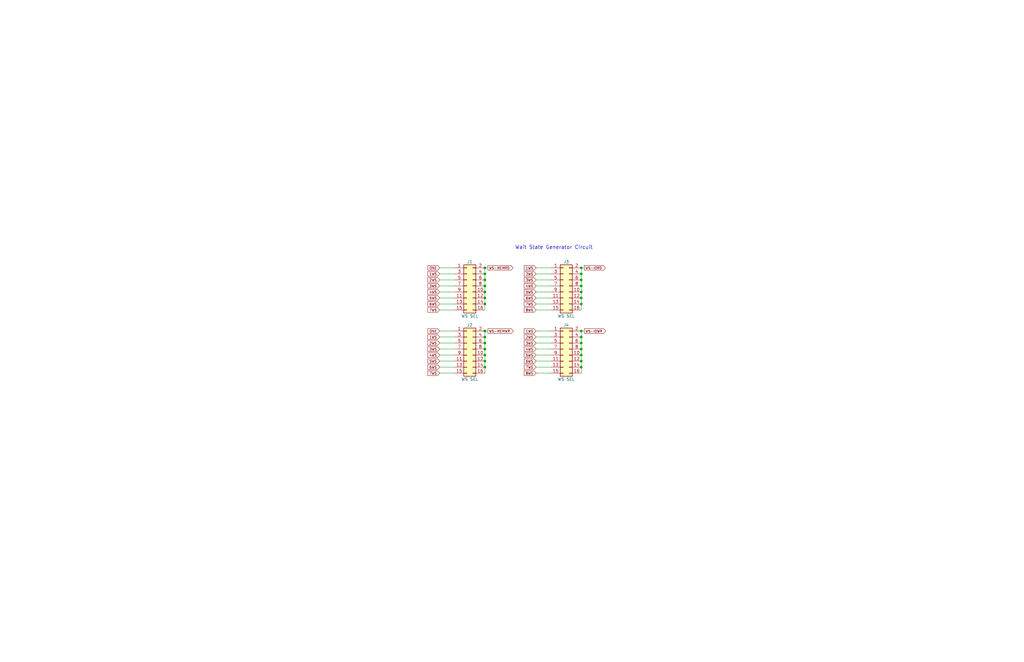
<source format=kicad_sch>
(kicad_sch (version 20211123) (generator eeschema)
  (paper "B")
  (lib_symbols
    (symbol "Connector_Generic:Conn_02x08_Odd_Even" (pin_names (offset 1.016) hide)
      (property "Reference" "J" (at 1.27 10.16 0))
      (property "Value" "Conn_02x08_Odd_Even" (at 1.27 -12.7 0))
      (symbol "Conn_02x08_Odd_Even_1_1"
        (rectangle (start -1.27 -10.033) (end 0 -10.287) (stroke (width 0.1524)))
        (rectangle (start -1.27 -7.493) (end 0 -7.747) (stroke (width 0.1524)))
        (rectangle (start -1.27 -4.953) (end 0 -5.207) (stroke (width 0.1524)))
        (rectangle (start -1.27 -2.413) (end 0 -2.667) (stroke (width 0.1524)))
        (rectangle (start -1.27 0.127) (end 0 -0.127) (stroke (width 0.1524)))
        (rectangle (start -1.27 2.667) (end 0 2.413) (stroke (width 0.1524)))
        (rectangle (start -1.27 5.207) (end 0 4.953) (stroke (width 0.1524)))
        (rectangle (start -1.27 7.747) (end 0 7.493) (stroke (width 0.1524)))
        (rectangle (start -1.27 8.89) (end 3.81 -11.43) (stroke (width 0.254)) (fill (type background)))
        (rectangle (start 3.81 -10.033) (end 2.54 -10.287) (stroke (width 0.1524)))
        (rectangle (start 3.81 -7.493) (end 2.54 -7.747) (stroke (width 0.1524)))
        (rectangle (start 3.81 -4.953) (end 2.54 -5.207) (stroke (width 0.1524)))
        (rectangle (start 3.81 -2.413) (end 2.54 -2.667) (stroke (width 0.1524)))
        (rectangle (start 3.81 0.127) (end 2.54 -0.127) (stroke (width 0.1524)))
        (rectangle (start 3.81 2.667) (end 2.54 2.413) (stroke (width 0.1524)))
        (rectangle (start 3.81 5.207) (end 2.54 4.953) (stroke (width 0.1524)))
        (rectangle (start 3.81 7.747) (end 2.54 7.493) (stroke (width 0.1524)))
        (pin passive line (at -5.08 7.62 0) (length 3.81) (name "Pin_1") (number "1"))
        (pin passive line (at 7.62 -2.54 180) (length 3.81) (name "Pin_10") (number "10"))
        (pin passive line (at -5.08 -5.08 0) (length 3.81) (name "Pin_11") (number "11"))
        (pin passive line (at 7.62 -5.08 180) (length 3.81) (name "Pin_12") (number "12"))
        (pin passive line (at -5.08 -7.62 0) (length 3.81) (name "Pin_13") (number "13"))
        (pin passive line (at 7.62 -7.62 180) (length 3.81) (name "Pin_14") (number "14"))
        (pin passive line (at -5.08 -10.16 0) (length 3.81) (name "Pin_15") (number "15"))
        (pin passive line (at 7.62 -10.16 180) (length 3.81) (name "Pin_16") (number "16"))
        (pin passive line (at 7.62 7.62 180) (length 3.81) (name "Pin_2") (number "2"))
        (pin passive line (at -5.08 5.08 0) (length 3.81) (name "Pin_3") (number "3"))
        (pin passive line (at 7.62 5.08 180) (length 3.81) (name "Pin_4") (number "4"))
        (pin passive line (at -5.08 2.54 0) (length 3.81) (name "Pin_5") (number "5"))
        (pin passive line (at 7.62 2.54 180) (length 3.81) (name "Pin_6") (number "6"))
        (pin passive line (at -5.08 0 0) (length 3.81) (name "Pin_7") (number "7"))
        (pin passive line (at 7.62 0 180) (length 3.81) (name "Pin_8") (number "8"))
        (pin passive line (at -5.08 -2.54 0) (length 3.81) (name "Pin_9") (number "9"))
      )
    )
  )
  (junction (at 204.47 123.19))
  (junction (at 245.11 154.94))
  (junction (at 245.11 139.7))
  (junction (at 245.11 118.11))
  (junction (at 245.11 142.24))
  (junction (at 245.11 120.65))
  (junction (at 204.47 142.24))
  (junction (at 245.11 123.19))
  (junction (at 245.11 115.57))
  (junction (at 204.47 144.78))
  (junction (at 204.47 149.86))
  (junction (at 204.47 152.4))
  (junction (at 204.47 113.03))
  (junction (at 245.11 147.32))
  (junction (at 204.47 147.32))
  (junction (at 245.11 149.86))
  (junction (at 245.11 152.4))
  (junction (at 245.11 128.27))
  (junction (at 245.11 144.78))
  (junction (at 204.47 125.73))
  (junction (at 204.47 118.11))
  (junction (at 204.47 128.27))
  (junction (at 204.47 120.65))
  (junction (at 204.47 115.57))
  (junction (at 204.47 139.7))
  (junction (at 245.11 125.73))
  (junction (at 204.47 154.94))
  (junction (at 245.11 113.03))
  (wire (pts (xy 204.47 120.65) (xy 204.47 123.19)))
  (wire (pts (xy 245.11 139.7) (xy 245.11 142.24)))
  (wire (pts (xy 226.06 152.4) (xy 232.41 152.4)))
  (wire (pts (xy 185.42 115.57) (xy 191.77 115.57)))
  (wire (pts (xy 226.06 125.73) (xy 232.41 125.73)))
  (wire (pts (xy 185.42 149.86) (xy 191.77 149.86)))
  (wire (pts (xy 185.42 120.65) (xy 191.77 120.65)))
  (wire (pts (xy 226.06 115.57) (xy 232.41 115.57)))
  (wire (pts (xy 226.06 147.32) (xy 232.41 147.32)))
  (wire (pts (xy 245.11 123.19) (xy 245.11 125.73)))
  (wire (pts (xy 226.06 123.19) (xy 232.41 123.19)))
  (wire (pts (xy 204.47 118.11) (xy 204.47 120.65)))
  (wire (pts (xy 185.42 130.81) (xy 191.77 130.81)))
  (wire (pts (xy 185.42 157.48) (xy 191.77 157.48)))
  (wire (pts (xy 204.47 123.19) (xy 204.47 125.73)))
  (wire (pts (xy 185.42 152.4) (xy 191.77 152.4)))
  (wire (pts (xy 204.47 139.7) (xy 204.47 142.24)))
  (wire (pts (xy 245.11 125.73) (xy 245.11 128.27)))
  (wire (pts (xy 245.11 113.03) (xy 246.38 113.03)))
  (wire (pts (xy 185.42 113.03) (xy 191.77 113.03)))
  (wire (pts (xy 204.47 128.27) (xy 204.47 130.81)))
  (wire (pts (xy 185.42 154.94) (xy 191.77 154.94)))
  (wire (pts (xy 226.06 149.86) (xy 232.41 149.86)))
  (wire (pts (xy 204.47 144.78) (xy 204.47 147.32)))
  (wire (pts (xy 204.47 147.32) (xy 204.47 149.86)))
  (wire (pts (xy 245.11 139.7) (xy 246.38 139.7)))
  (wire (pts (xy 245.11 154.94) (xy 245.11 157.48)))
  (wire (pts (xy 185.42 144.78) (xy 191.77 144.78)))
  (wire (pts (xy 185.42 128.27) (xy 191.77 128.27)))
  (wire (pts (xy 245.11 149.86) (xy 245.11 152.4)))
  (wire (pts (xy 245.11 115.57) (xy 245.11 118.11)))
  (wire (pts (xy 185.42 125.73) (xy 191.77 125.73)))
  (wire (pts (xy 245.11 144.78) (xy 245.11 147.32)))
  (wire (pts (xy 226.06 144.78) (xy 232.41 144.78)))
  (wire (pts (xy 204.47 115.57) (xy 204.47 118.11)))
  (wire (pts (xy 204.47 139.7) (xy 205.74 139.7)))
  (wire (pts (xy 185.42 147.32) (xy 191.77 147.32)))
  (wire (pts (xy 185.42 139.7) (xy 191.77 139.7)))
  (wire (pts (xy 245.11 113.03) (xy 245.11 115.57)))
  (wire (pts (xy 204.47 152.4) (xy 204.47 154.94)))
  (wire (pts (xy 226.06 130.81) (xy 232.41 130.81)))
  (wire (pts (xy 245.11 120.65) (xy 245.11 123.19)))
  (wire (pts (xy 204.47 125.73) (xy 204.47 128.27)))
  (wire (pts (xy 204.47 142.24) (xy 204.47 144.78)))
  (wire (pts (xy 226.06 139.7) (xy 232.41 139.7)))
  (wire (pts (xy 204.47 113.03) (xy 205.74 113.03)))
  (wire (pts (xy 245.11 147.32) (xy 245.11 149.86)))
  (wire (pts (xy 185.42 123.19) (xy 191.77 123.19)))
  (wire (pts (xy 245.11 142.24) (xy 245.11 144.78)))
  (wire (pts (xy 226.06 120.65) (xy 232.41 120.65)))
  (wire (pts (xy 226.06 157.48) (xy 232.41 157.48)))
  (wire (pts (xy 245.11 118.11) (xy 245.11 120.65)))
  (wire (pts (xy 204.47 113.03) (xy 204.47 115.57)))
  (wire (pts (xy 226.06 113.03) (xy 232.41 113.03)))
  (wire (pts (xy 245.11 128.27) (xy 245.11 130.81)))
  (wire (pts (xy 204.47 154.94) (xy 204.47 157.48)))
  (wire (pts (xy 204.47 149.86) (xy 204.47 152.4)))
  (wire (pts (xy 226.06 128.27) (xy 232.41 128.27)))
  (wire (pts (xy 226.06 154.94) (xy 232.41 154.94)))
  (wire (pts (xy 185.42 118.11) (xy 191.77 118.11)))
  (wire (pts (xy 245.11 152.4) (xy 245.11 154.94)))
  (wire (pts (xy 226.06 142.24) (xy 232.41 142.24)))
  (wire (pts (xy 226.06 118.11) (xy 232.41 118.11)))
  (wire (pts (xy 185.42 142.24) (xy 191.77 142.24)))
  (text "Wait State Generator Circuit" (at 217.17 105.41 0) (effects (font (size 1.524 1.524)) (justify left bottom)))
  (global_label "1WS" (shape input) (at 226.06 139.7 180) (effects (font (size 1.016 1.016))) (property "Intersheet References" "${INTERSHEET_REFS}" (effects hide)))
  (global_label "4WS" (shape input) (at 226.06 120.65 180) (effects (font (size 1.016 1.016))) (property "Intersheet References" "${INTERSHEET_REFS}" (effects hide)))
  (global_label "8WS" (shape input) (at 226.06 130.81 180) (effects (font (size 1.016 1.016))) (property "Intersheet References" "${INTERSHEET_REFS}" (effects hide)))
  (global_label "4WS" (shape input) (at 226.06 147.32 180) (effects (font (size 1.016 1.016))) (property "Intersheet References" "${INTERSHEET_REFS}" (effects hide)))
  (global_label "3WS" (shape input) (at 185.42 147.32 180) (effects (font (size 1.016 1.016))) (property "Intersheet References" "${INTERSHEET_REFS}" (effects hide)))
  (global_label "1WS" (shape input) (at 185.42 142.24 180) (effects (font (size 1.016 1.016))) (property "Intersheet References" "${INTERSHEET_REFS}" (effects hide)))
  (global_label "WS-IORD" (shape output) (at 246.38 113.03 0) (effects (font (size 1.016 1.016))) (property "Intersheet References" "${INTERSHEET_REFS}" (effects hide)))
  (global_label "ONE" (shape input) (at 185.42 113.03 180) (effects (font (size 1.016 1.016))) (property "Intersheet References" "${INTERSHEET_REFS}" (effects hide)))
  (global_label "2WS" (shape input) (at 185.42 118.11 180) (effects (font (size 1.016 1.016))) (property "Intersheet References" "${INTERSHEET_REFS}" (effects hide)))
  (global_label "7WS" (shape input) (at 226.06 128.27 180) (effects (font (size 1.016 1.016))) (property "Intersheet References" "${INTERSHEET_REFS}" (effects hide)))
  (global_label "7WS" (shape input) (at 185.42 130.81 180) (effects (font (size 1.016 1.016))) (property "Intersheet References" "${INTERSHEET_REFS}" (effects hide)))
  (global_label "4WS" (shape input) (at 185.42 149.86 180) (effects (font (size 1.016 1.016))) (property "Intersheet References" "${INTERSHEET_REFS}" (effects hide)))
  (global_label "6WS" (shape input) (at 185.42 128.27 180) (effects (font (size 1.016 1.016))) (property "Intersheet References" "${INTERSHEET_REFS}" (effects hide)))
  (global_label "2WS" (shape input) (at 226.06 115.57 180) (effects (font (size 1.016 1.016))) (property "Intersheet References" "${INTERSHEET_REFS}" (effects hide)))
  (global_label "6WS" (shape input) (at 226.06 125.73 180) (effects (font (size 1.016 1.016))) (property "Intersheet References" "${INTERSHEET_REFS}" (effects hide)))
  (global_label "3WS" (shape input) (at 226.06 118.11 180) (effects (font (size 1.016 1.016))) (property "Intersheet References" "${INTERSHEET_REFS}" (effects hide)))
  (global_label "3WS" (shape input) (at 185.42 120.65 180) (effects (font (size 1.016 1.016))) (property "Intersheet References" "${INTERSHEET_REFS}" (effects hide)))
  (global_label "1WS" (shape input) (at 226.06 113.03 180) (effects (font (size 1.016 1.016))) (property "Intersheet References" "${INTERSHEET_REFS}" (effects hide)))
  (global_label "WS-MEMRD" (shape output) (at 205.74 113.03 0) (effects (font (size 1.016 1.016))) (property "Intersheet References" "${INTERSHEET_REFS}" (effects hide)))
  (global_label "7WS" (shape input) (at 185.42 157.48 180) (effects (font (size 1.016 1.016))) (property "Intersheet References" "${INTERSHEET_REFS}" (effects hide)))
  (global_label "5WS" (shape input) (at 226.06 123.19 180) (effects (font (size 1.016 1.016))) (property "Intersheet References" "${INTERSHEET_REFS}" (effects hide)))
  (global_label "1WS" (shape input) (at 185.42 115.57 180) (effects (font (size 1.016 1.016))) (property "Intersheet References" "${INTERSHEET_REFS}" (effects hide)))
  (global_label "7WS" (shape input) (at 226.06 154.94 180) (effects (font (size 1.016 1.016))) (property "Intersheet References" "${INTERSHEET_REFS}" (effects hide)))
  (global_label "2WS" (shape input) (at 185.42 144.78 180) (effects (font (size 1.016 1.016))) (property "Intersheet References" "${INTERSHEET_REFS}" (effects hide)))
  (global_label "2WS" (shape input) (at 226.06 142.24 180) (effects (font (size 1.016 1.016))) (property "Intersheet References" "${INTERSHEET_REFS}" (effects hide)))
  (global_label "6WS" (shape input) (at 226.06 152.4 180) (effects (font (size 1.016 1.016))) (property "Intersheet References" "${INTERSHEET_REFS}" (effects hide)))
  (global_label "5WS" (shape input) (at 185.42 152.4 180) (effects (font (size 1.016 1.016))) (property "Intersheet References" "${INTERSHEET_REFS}" (effects hide)))
  (global_label "8WS" (shape input) (at 226.06 157.48 180) (effects (font (size 1.016 1.016))) (property "Intersheet References" "${INTERSHEET_REFS}" (effects hide)))
  (global_label "WS-IOWR" (shape output) (at 246.38 139.7 0) (effects (font (size 1.016 1.016))) (property "Intersheet References" "${INTERSHEET_REFS}" (effects hide)))
  (global_label "ONE" (shape input) (at 185.42 139.7 180) (effects (font (size 1.016 1.016))) (property "Intersheet References" "${INTERSHEET_REFS}" (effects hide)))
  (global_label "5WS" (shape input) (at 226.06 149.86 180) (effects (font (size 1.016 1.016))) (property "Intersheet References" "${INTERSHEET_REFS}" (effects hide)))
  (global_label "4WS" (shape input) (at 185.42 123.19 180) (effects (font (size 1.016 1.016))) (property "Intersheet References" "${INTERSHEET_REFS}" (effects hide)))
  (global_label "WS-MEMWR" (shape output) (at 205.74 139.7 0) (effects (font (size 1.016 1.016))) (property "Intersheet References" "${INTERSHEET_REFS}" (effects hide)))
  (global_label "3WS" (shape input) (at 226.06 144.78 180) (effects (font (size 1.016 1.016))) (property "Intersheet References" "${INTERSHEET_REFS}" (effects hide)))
  (global_label "5WS" (shape input) (at 185.42 125.73 180) (effects (font (size 1.016 1.016))) (property "Intersheet References" "${INTERSHEET_REFS}" (effects hide)))
  (global_label "6WS" (shape input) (at 185.42 154.94 180) (effects (font (size 1.016 1.016))) (property "Intersheet References" "${INTERSHEET_REFS}" (effects hide)))
  (symbol (lib_id "Connector_Generic:Conn_02x08_Odd_Even") (at 196.85 120.65 0) (unit 1)
    (property "Reference" "J1" (at 198.12 110.49 0))
    (property "Value" "WS SEL" (at 198.12 133.35 0))
    (property "Footprint" "Connector_PinHeader_2.54mm:PinHeader_2x08_P2.54mm_Vertical" (effects hide))
  )
  (symbol (lib_id "Connector_Generic:Conn_02x08_Odd_Even") (at 196.85 147.32 0) (unit 1)
    (property "Reference" "J2" (at 198.12 137.16 0))
    (property "Value" "WS SEL" (at 198.12 160.02 0))
    (property "Footprint" "Connector_PinHeader_2.54mm:PinHeader_2x08_P2.54mm_Vertical" (effects hide))
  )
  (symbol (lib_id "Connector_Generic:Conn_02x08_Odd_Even") (at 237.49 120.65 0) (unit 1)
    (property "Reference" "J3" (at 238.76 110.49 0))
    (property "Value" "WS SEL" (at 238.76 133.35 0))
    (property "Footprint" "Connector_PinHeader_2.54mm:PinHeader_2x08_P2.54mm_Vertical" (effects hide))
  )
  (symbol (lib_id "Connector_Generic:Conn_02x08_Odd_Even") (at 237.49 147.32 0) (unit 1)
    (property "Reference" "J4" (at 238.76 137.16 0))
    (property "Value" "WS SEL" (at 238.76 160.02 0))
    (property "Footprint" "Connector_PinHeader_2.54mm:PinHeader_2x08_P2.54mm_Vertical" (effects hide))
  )
)
</source>
